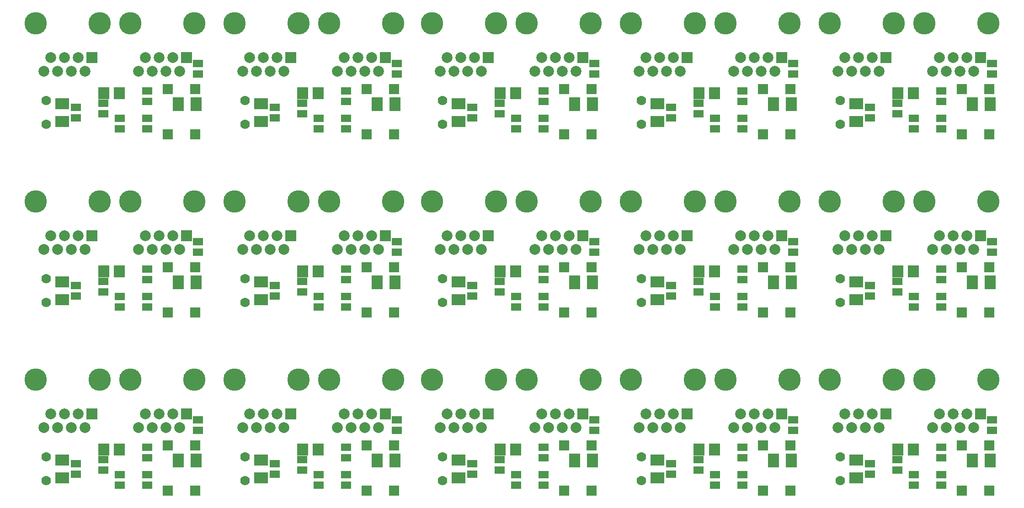
<source format=gbs>
G04 (created by PCBNEW-RS274X (2011-07-08)-stable) date Thu 21 Jul 2011 06:08:38 PM EDT*
G01*
G70*
G90*
%MOIN*%
G04 Gerber Fmt 3.4, Leading zero omitted, Abs format*
%FSLAX34Y34*%
G04 APERTURE LIST*
%ADD10C,0.006000*%
%ADD11R,0.075000X0.055000*%
%ADD12R,0.075000X0.075000*%
%ADD13C,0.070000*%
%ADD14R,0.100000X0.080000*%
%ADD15R,0.080000X0.100000*%
%ADD16C,0.163700*%
%ADD17R,0.079100X0.079100*%
%ADD18C,0.079100*%
%ADD19R,0.082900X0.090900*%
G04 APERTURE END LIST*
G54D10*
G54D11*
X79700Y-45375D03*
X79700Y-44625D03*
G54D12*
X77500Y-49800D03*
X77500Y-46500D03*
G54D13*
X68630Y-49065D03*
X68630Y-47335D03*
G54D14*
X69800Y-48850D03*
X69800Y-47550D03*
G54D15*
X79550Y-47600D03*
X78250Y-47600D03*
G54D11*
X70800Y-48575D03*
X70800Y-47825D03*
X74000Y-49375D03*
X74000Y-48625D03*
X72800Y-47525D03*
X72800Y-48275D03*
X76000Y-47375D03*
X76000Y-46625D03*
X76000Y-48625D03*
X76000Y-49375D03*
G54D12*
X79500Y-49800D03*
X79500Y-46500D03*
G54D16*
X67862Y-41700D03*
X72535Y-41700D03*
G54D17*
X71950Y-44200D03*
G54D18*
X71450Y-45200D03*
X70950Y-44200D03*
X70450Y-45200D03*
X69950Y-44200D03*
X69450Y-45200D03*
X68950Y-44200D03*
X68450Y-45200D03*
G54D16*
X74762Y-41700D03*
X79435Y-41700D03*
G54D17*
X78850Y-44200D03*
G54D18*
X78350Y-45200D03*
X77850Y-44200D03*
X77350Y-45200D03*
X76850Y-44200D03*
X76350Y-45200D03*
X75850Y-44200D03*
X75350Y-45200D03*
G54D19*
X72841Y-46800D03*
X73959Y-46800D03*
G54D11*
X65200Y-45375D03*
X65200Y-44625D03*
G54D12*
X63000Y-49800D03*
X63000Y-46500D03*
G54D13*
X54130Y-49065D03*
X54130Y-47335D03*
G54D14*
X55300Y-48850D03*
X55300Y-47550D03*
G54D15*
X65050Y-47600D03*
X63750Y-47600D03*
G54D11*
X56300Y-48575D03*
X56300Y-47825D03*
X59500Y-49375D03*
X59500Y-48625D03*
X58300Y-47525D03*
X58300Y-48275D03*
X61500Y-47375D03*
X61500Y-46625D03*
X61500Y-48625D03*
X61500Y-49375D03*
G54D12*
X65000Y-49800D03*
X65000Y-46500D03*
G54D16*
X53362Y-41700D03*
X58035Y-41700D03*
G54D17*
X57450Y-44200D03*
G54D18*
X56950Y-45200D03*
X56450Y-44200D03*
X55950Y-45200D03*
X55450Y-44200D03*
X54950Y-45200D03*
X54450Y-44200D03*
X53950Y-45200D03*
G54D16*
X60262Y-41700D03*
X64935Y-41700D03*
G54D17*
X64350Y-44200D03*
G54D18*
X63850Y-45200D03*
X63350Y-44200D03*
X62850Y-45200D03*
X62350Y-44200D03*
X61850Y-45200D03*
X61350Y-44200D03*
X60850Y-45200D03*
G54D19*
X58341Y-46800D03*
X59459Y-46800D03*
G54D11*
X50800Y-45375D03*
X50800Y-44625D03*
G54D12*
X48600Y-49800D03*
X48600Y-46500D03*
G54D13*
X39730Y-49065D03*
X39730Y-47335D03*
G54D14*
X40900Y-48850D03*
X40900Y-47550D03*
G54D15*
X50650Y-47600D03*
X49350Y-47600D03*
G54D11*
X41900Y-48575D03*
X41900Y-47825D03*
X45100Y-49375D03*
X45100Y-48625D03*
X43900Y-47525D03*
X43900Y-48275D03*
X47100Y-47375D03*
X47100Y-46625D03*
X47100Y-48625D03*
X47100Y-49375D03*
G54D12*
X50600Y-49800D03*
X50600Y-46500D03*
G54D16*
X38962Y-41700D03*
X43635Y-41700D03*
G54D17*
X43050Y-44200D03*
G54D18*
X42550Y-45200D03*
X42050Y-44200D03*
X41550Y-45200D03*
X41050Y-44200D03*
X40550Y-45200D03*
X40050Y-44200D03*
X39550Y-45200D03*
G54D16*
X45862Y-41700D03*
X50535Y-41700D03*
G54D17*
X49950Y-44200D03*
G54D18*
X49450Y-45200D03*
X48950Y-44200D03*
X48450Y-45200D03*
X47950Y-44200D03*
X47450Y-45200D03*
X46950Y-44200D03*
X46450Y-45200D03*
G54D19*
X43941Y-46800D03*
X45059Y-46800D03*
X29441Y-46800D03*
X30559Y-46800D03*
G54D16*
X31362Y-41700D03*
X36035Y-41700D03*
G54D17*
X35450Y-44200D03*
G54D18*
X34950Y-45200D03*
X34450Y-44200D03*
X33950Y-45200D03*
X33450Y-44200D03*
X32950Y-45200D03*
X32450Y-44200D03*
X31950Y-45200D03*
G54D16*
X24462Y-41700D03*
X29135Y-41700D03*
G54D17*
X28550Y-44200D03*
G54D18*
X28050Y-45200D03*
X27550Y-44200D03*
X27050Y-45200D03*
X26550Y-44200D03*
X26050Y-45200D03*
X25550Y-44200D03*
X25050Y-45200D03*
G54D12*
X36100Y-46500D03*
X36100Y-49800D03*
G54D11*
X32600Y-48625D03*
X32600Y-49375D03*
X32600Y-47375D03*
X32600Y-46625D03*
X29400Y-47525D03*
X29400Y-48275D03*
X30600Y-49375D03*
X30600Y-48625D03*
X27400Y-48575D03*
X27400Y-47825D03*
G54D15*
X36150Y-47600D03*
X34850Y-47600D03*
G54D14*
X26400Y-48850D03*
X26400Y-47550D03*
G54D13*
X25230Y-49065D03*
X25230Y-47335D03*
G54D12*
X34100Y-46500D03*
X34100Y-49800D03*
G54D11*
X36300Y-45375D03*
X36300Y-44625D03*
G54D19*
X87341Y-46800D03*
X88459Y-46800D03*
G54D16*
X89262Y-41700D03*
X93935Y-41700D03*
G54D17*
X93350Y-44200D03*
G54D18*
X92850Y-45200D03*
X92350Y-44200D03*
X91850Y-45200D03*
X91350Y-44200D03*
X90850Y-45200D03*
X90350Y-44200D03*
X89850Y-45200D03*
G54D16*
X82362Y-41700D03*
X87035Y-41700D03*
G54D17*
X86450Y-44200D03*
G54D18*
X85950Y-45200D03*
X85450Y-44200D03*
X84950Y-45200D03*
X84450Y-44200D03*
X83950Y-45200D03*
X83450Y-44200D03*
X82950Y-45200D03*
G54D12*
X94000Y-46500D03*
X94000Y-49800D03*
G54D11*
X90500Y-48625D03*
X90500Y-49375D03*
X90500Y-47375D03*
X90500Y-46625D03*
X87300Y-47525D03*
X87300Y-48275D03*
X88500Y-49375D03*
X88500Y-48625D03*
X85300Y-48575D03*
X85300Y-47825D03*
G54D15*
X94050Y-47600D03*
X92750Y-47600D03*
G54D14*
X84300Y-48850D03*
X84300Y-47550D03*
G54D13*
X83130Y-49065D03*
X83130Y-47335D03*
G54D12*
X92000Y-46500D03*
X92000Y-49800D03*
G54D11*
X94200Y-45375D03*
X94200Y-44625D03*
X94200Y-32375D03*
X94200Y-31625D03*
G54D12*
X92000Y-36800D03*
X92000Y-33500D03*
G54D13*
X83130Y-36065D03*
X83130Y-34335D03*
G54D14*
X84300Y-35850D03*
X84300Y-34550D03*
G54D15*
X94050Y-34600D03*
X92750Y-34600D03*
G54D11*
X85300Y-35575D03*
X85300Y-34825D03*
X88500Y-36375D03*
X88500Y-35625D03*
X87300Y-34525D03*
X87300Y-35275D03*
X90500Y-34375D03*
X90500Y-33625D03*
X90500Y-35625D03*
X90500Y-36375D03*
G54D12*
X94000Y-36800D03*
X94000Y-33500D03*
G54D16*
X82362Y-28700D03*
X87035Y-28700D03*
G54D17*
X86450Y-31200D03*
G54D18*
X85950Y-32200D03*
X85450Y-31200D03*
X84950Y-32200D03*
X84450Y-31200D03*
X83950Y-32200D03*
X83450Y-31200D03*
X82950Y-32200D03*
G54D16*
X89262Y-28700D03*
X93935Y-28700D03*
G54D17*
X93350Y-31200D03*
G54D18*
X92850Y-32200D03*
X92350Y-31200D03*
X91850Y-32200D03*
X91350Y-31200D03*
X90850Y-32200D03*
X90350Y-31200D03*
X89850Y-32200D03*
G54D19*
X87341Y-33800D03*
X88459Y-33800D03*
G54D11*
X36300Y-32375D03*
X36300Y-31625D03*
G54D12*
X34100Y-36800D03*
X34100Y-33500D03*
G54D13*
X25230Y-36065D03*
X25230Y-34335D03*
G54D14*
X26400Y-35850D03*
X26400Y-34550D03*
G54D15*
X36150Y-34600D03*
X34850Y-34600D03*
G54D11*
X27400Y-35575D03*
X27400Y-34825D03*
X30600Y-36375D03*
X30600Y-35625D03*
X29400Y-34525D03*
X29400Y-35275D03*
X32600Y-34375D03*
X32600Y-33625D03*
X32600Y-35625D03*
X32600Y-36375D03*
G54D12*
X36100Y-36800D03*
X36100Y-33500D03*
G54D16*
X24462Y-28700D03*
X29135Y-28700D03*
G54D17*
X28550Y-31200D03*
G54D18*
X28050Y-32200D03*
X27550Y-31200D03*
X27050Y-32200D03*
X26550Y-31200D03*
X26050Y-32200D03*
X25550Y-31200D03*
X25050Y-32200D03*
G54D16*
X31362Y-28700D03*
X36035Y-28700D03*
G54D17*
X35450Y-31200D03*
G54D18*
X34950Y-32200D03*
X34450Y-31200D03*
X33950Y-32200D03*
X33450Y-31200D03*
X32950Y-32200D03*
X32450Y-31200D03*
X31950Y-32200D03*
G54D19*
X29441Y-33800D03*
X30559Y-33800D03*
X43941Y-33800D03*
X45059Y-33800D03*
G54D16*
X45862Y-28700D03*
X50535Y-28700D03*
G54D17*
X49950Y-31200D03*
G54D18*
X49450Y-32200D03*
X48950Y-31200D03*
X48450Y-32200D03*
X47950Y-31200D03*
X47450Y-32200D03*
X46950Y-31200D03*
X46450Y-32200D03*
G54D16*
X38962Y-28700D03*
X43635Y-28700D03*
G54D17*
X43050Y-31200D03*
G54D18*
X42550Y-32200D03*
X42050Y-31200D03*
X41550Y-32200D03*
X41050Y-31200D03*
X40550Y-32200D03*
X40050Y-31200D03*
X39550Y-32200D03*
G54D12*
X50600Y-33500D03*
X50600Y-36800D03*
G54D11*
X47100Y-35625D03*
X47100Y-36375D03*
X47100Y-34375D03*
X47100Y-33625D03*
X43900Y-34525D03*
X43900Y-35275D03*
X45100Y-36375D03*
X45100Y-35625D03*
X41900Y-35575D03*
X41900Y-34825D03*
G54D15*
X50650Y-34600D03*
X49350Y-34600D03*
G54D14*
X40900Y-35850D03*
X40900Y-34550D03*
G54D13*
X39730Y-36065D03*
X39730Y-34335D03*
G54D12*
X48600Y-33500D03*
X48600Y-36800D03*
G54D11*
X50800Y-32375D03*
X50800Y-31625D03*
G54D19*
X58341Y-33800D03*
X59459Y-33800D03*
G54D16*
X60262Y-28700D03*
X64935Y-28700D03*
G54D17*
X64350Y-31200D03*
G54D18*
X63850Y-32200D03*
X63350Y-31200D03*
X62850Y-32200D03*
X62350Y-31200D03*
X61850Y-32200D03*
X61350Y-31200D03*
X60850Y-32200D03*
G54D16*
X53362Y-28700D03*
X58035Y-28700D03*
G54D17*
X57450Y-31200D03*
G54D18*
X56950Y-32200D03*
X56450Y-31200D03*
X55950Y-32200D03*
X55450Y-31200D03*
X54950Y-32200D03*
X54450Y-31200D03*
X53950Y-32200D03*
G54D12*
X65000Y-33500D03*
X65000Y-36800D03*
G54D11*
X61500Y-35625D03*
X61500Y-36375D03*
X61500Y-34375D03*
X61500Y-33625D03*
X58300Y-34525D03*
X58300Y-35275D03*
X59500Y-36375D03*
X59500Y-35625D03*
X56300Y-35575D03*
X56300Y-34825D03*
G54D15*
X65050Y-34600D03*
X63750Y-34600D03*
G54D14*
X55300Y-35850D03*
X55300Y-34550D03*
G54D13*
X54130Y-36065D03*
X54130Y-34335D03*
G54D12*
X63000Y-33500D03*
X63000Y-36800D03*
G54D11*
X65200Y-32375D03*
X65200Y-31625D03*
G54D19*
X72841Y-33800D03*
X73959Y-33800D03*
G54D16*
X74762Y-28700D03*
X79435Y-28700D03*
G54D17*
X78850Y-31200D03*
G54D18*
X78350Y-32200D03*
X77850Y-31200D03*
X77350Y-32200D03*
X76850Y-31200D03*
X76350Y-32200D03*
X75850Y-31200D03*
X75350Y-32200D03*
G54D16*
X67862Y-28700D03*
X72535Y-28700D03*
G54D17*
X71950Y-31200D03*
G54D18*
X71450Y-32200D03*
X70950Y-31200D03*
X70450Y-32200D03*
X69950Y-31200D03*
X69450Y-32200D03*
X68950Y-31200D03*
X68450Y-32200D03*
G54D12*
X79500Y-33500D03*
X79500Y-36800D03*
G54D11*
X76000Y-35625D03*
X76000Y-36375D03*
X76000Y-34375D03*
X76000Y-33625D03*
X72800Y-34525D03*
X72800Y-35275D03*
X74000Y-36375D03*
X74000Y-35625D03*
X70800Y-35575D03*
X70800Y-34825D03*
G54D15*
X79550Y-34600D03*
X78250Y-34600D03*
G54D14*
X69800Y-35850D03*
X69800Y-34550D03*
G54D13*
X68630Y-36065D03*
X68630Y-34335D03*
G54D12*
X77500Y-33500D03*
X77500Y-36800D03*
G54D11*
X79700Y-32375D03*
X79700Y-31625D03*
X79700Y-19375D03*
X79700Y-18625D03*
G54D12*
X77500Y-23800D03*
X77500Y-20500D03*
G54D13*
X68630Y-23065D03*
X68630Y-21335D03*
G54D14*
X69800Y-22850D03*
X69800Y-21550D03*
G54D15*
X79550Y-21600D03*
X78250Y-21600D03*
G54D11*
X70800Y-22575D03*
X70800Y-21825D03*
X74000Y-23375D03*
X74000Y-22625D03*
X72800Y-21525D03*
X72800Y-22275D03*
X76000Y-21375D03*
X76000Y-20625D03*
X76000Y-22625D03*
X76000Y-23375D03*
G54D12*
X79500Y-23800D03*
X79500Y-20500D03*
G54D16*
X67862Y-15700D03*
X72535Y-15700D03*
G54D17*
X71950Y-18200D03*
G54D18*
X71450Y-19200D03*
X70950Y-18200D03*
X70450Y-19200D03*
X69950Y-18200D03*
X69450Y-19200D03*
X68950Y-18200D03*
X68450Y-19200D03*
G54D16*
X74762Y-15700D03*
X79435Y-15700D03*
G54D17*
X78850Y-18200D03*
G54D18*
X78350Y-19200D03*
X77850Y-18200D03*
X77350Y-19200D03*
X76850Y-18200D03*
X76350Y-19200D03*
X75850Y-18200D03*
X75350Y-19200D03*
G54D19*
X72841Y-20800D03*
X73959Y-20800D03*
G54D11*
X65200Y-19375D03*
X65200Y-18625D03*
G54D12*
X63000Y-23800D03*
X63000Y-20500D03*
G54D13*
X54130Y-23065D03*
X54130Y-21335D03*
G54D14*
X55300Y-22850D03*
X55300Y-21550D03*
G54D15*
X65050Y-21600D03*
X63750Y-21600D03*
G54D11*
X56300Y-22575D03*
X56300Y-21825D03*
X59500Y-23375D03*
X59500Y-22625D03*
X58300Y-21525D03*
X58300Y-22275D03*
X61500Y-21375D03*
X61500Y-20625D03*
X61500Y-22625D03*
X61500Y-23375D03*
G54D12*
X65000Y-23800D03*
X65000Y-20500D03*
G54D16*
X53362Y-15700D03*
X58035Y-15700D03*
G54D17*
X57450Y-18200D03*
G54D18*
X56950Y-19200D03*
X56450Y-18200D03*
X55950Y-19200D03*
X55450Y-18200D03*
X54950Y-19200D03*
X54450Y-18200D03*
X53950Y-19200D03*
G54D16*
X60262Y-15700D03*
X64935Y-15700D03*
G54D17*
X64350Y-18200D03*
G54D18*
X63850Y-19200D03*
X63350Y-18200D03*
X62850Y-19200D03*
X62350Y-18200D03*
X61850Y-19200D03*
X61350Y-18200D03*
X60850Y-19200D03*
G54D19*
X58341Y-20800D03*
X59459Y-20800D03*
G54D11*
X50800Y-19375D03*
X50800Y-18625D03*
G54D12*
X48600Y-23800D03*
X48600Y-20500D03*
G54D13*
X39730Y-23065D03*
X39730Y-21335D03*
G54D14*
X40900Y-22850D03*
X40900Y-21550D03*
G54D15*
X50650Y-21600D03*
X49350Y-21600D03*
G54D11*
X41900Y-22575D03*
X41900Y-21825D03*
X45100Y-23375D03*
X45100Y-22625D03*
X43900Y-21525D03*
X43900Y-22275D03*
X47100Y-21375D03*
X47100Y-20625D03*
X47100Y-22625D03*
X47100Y-23375D03*
G54D12*
X50600Y-23800D03*
X50600Y-20500D03*
G54D16*
X38962Y-15700D03*
X43635Y-15700D03*
G54D17*
X43050Y-18200D03*
G54D18*
X42550Y-19200D03*
X42050Y-18200D03*
X41550Y-19200D03*
X41050Y-18200D03*
X40550Y-19200D03*
X40050Y-18200D03*
X39550Y-19200D03*
G54D16*
X45862Y-15700D03*
X50535Y-15700D03*
G54D17*
X49950Y-18200D03*
G54D18*
X49450Y-19200D03*
X48950Y-18200D03*
X48450Y-19200D03*
X47950Y-18200D03*
X47450Y-19200D03*
X46950Y-18200D03*
X46450Y-19200D03*
G54D19*
X43941Y-20800D03*
X45059Y-20800D03*
X29441Y-20800D03*
X30559Y-20800D03*
G54D16*
X31362Y-15700D03*
X36035Y-15700D03*
G54D17*
X35450Y-18200D03*
G54D18*
X34950Y-19200D03*
X34450Y-18200D03*
X33950Y-19200D03*
X33450Y-18200D03*
X32950Y-19200D03*
X32450Y-18200D03*
X31950Y-19200D03*
G54D16*
X24462Y-15700D03*
X29135Y-15700D03*
G54D17*
X28550Y-18200D03*
G54D18*
X28050Y-19200D03*
X27550Y-18200D03*
X27050Y-19200D03*
X26550Y-18200D03*
X26050Y-19200D03*
X25550Y-18200D03*
X25050Y-19200D03*
G54D12*
X36100Y-20500D03*
X36100Y-23800D03*
G54D11*
X32600Y-22625D03*
X32600Y-23375D03*
X32600Y-21375D03*
X32600Y-20625D03*
X29400Y-21525D03*
X29400Y-22275D03*
X30600Y-23375D03*
X30600Y-22625D03*
X27400Y-22575D03*
X27400Y-21825D03*
G54D15*
X36150Y-21600D03*
X34850Y-21600D03*
G54D14*
X26400Y-22850D03*
X26400Y-21550D03*
G54D13*
X25230Y-23065D03*
X25230Y-21335D03*
G54D12*
X34100Y-20500D03*
X34100Y-23800D03*
G54D11*
X36300Y-19375D03*
X36300Y-18625D03*
G54D19*
X87341Y-20800D03*
X88459Y-20800D03*
G54D16*
X89262Y-15700D03*
X93935Y-15700D03*
G54D17*
X93350Y-18200D03*
G54D18*
X92850Y-19200D03*
X92350Y-18200D03*
X91850Y-19200D03*
X91350Y-18200D03*
X90850Y-19200D03*
X90350Y-18200D03*
X89850Y-19200D03*
G54D16*
X82362Y-15700D03*
X87035Y-15700D03*
G54D17*
X86450Y-18200D03*
G54D18*
X85950Y-19200D03*
X85450Y-18200D03*
X84950Y-19200D03*
X84450Y-18200D03*
X83950Y-19200D03*
X83450Y-18200D03*
X82950Y-19200D03*
G54D12*
X94000Y-20500D03*
X94000Y-23800D03*
G54D11*
X90500Y-22625D03*
X90500Y-23375D03*
X90500Y-21375D03*
X90500Y-20625D03*
X87300Y-21525D03*
X87300Y-22275D03*
X88500Y-23375D03*
X88500Y-22625D03*
X85300Y-22575D03*
X85300Y-21825D03*
G54D15*
X94050Y-21600D03*
X92750Y-21600D03*
G54D14*
X84300Y-22850D03*
X84300Y-21550D03*
G54D13*
X83130Y-23065D03*
X83130Y-21335D03*
G54D12*
X92000Y-20500D03*
X92000Y-23800D03*
G54D11*
X94200Y-19375D03*
X94200Y-18625D03*
M02*

</source>
